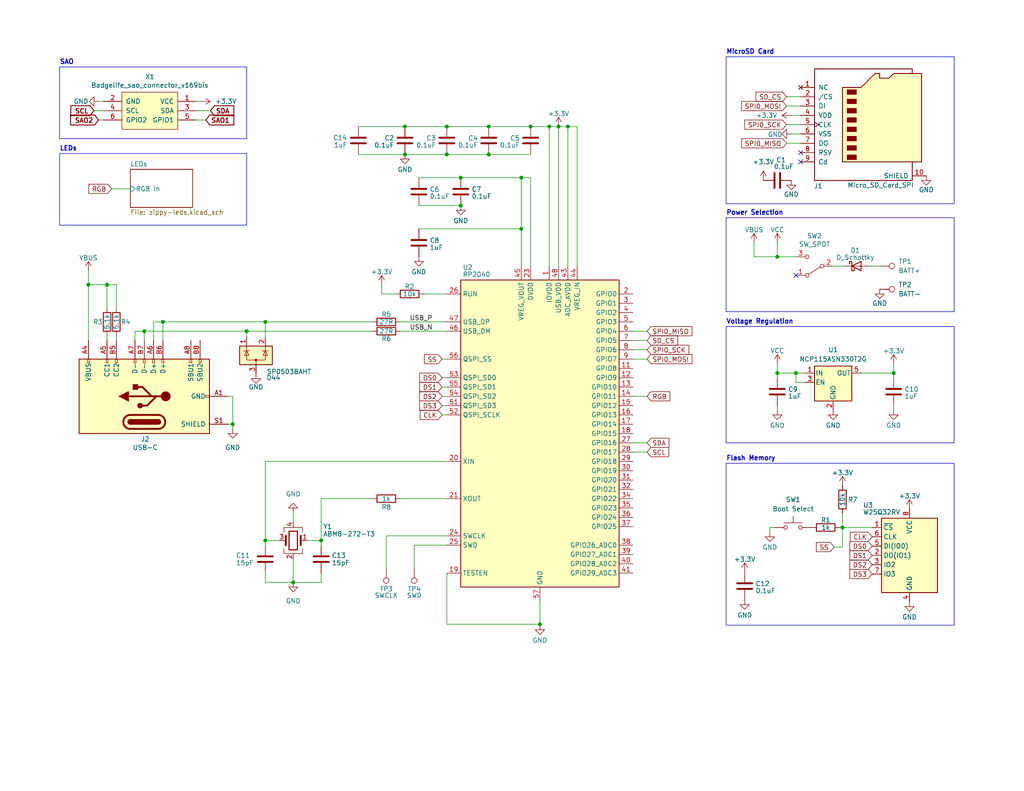
<source format=kicad_sch>
(kicad_sch (version 20250114) (generator "eeschema") (generator_version "9.0")
  (paper "USLetter")
  (title_block (title "Zippy") (date "2025-04-09") (rev "1.0") (company "DCZia") (comment 1 "Max LEDs: 42 pixels"))
  (lib_symbols
    (symbol "Connector:TestPoint" (pin_numbers (hide yes)) (pin_names (offset 0.762) (hide yes))
      (property "Reference" "TP" (at 0 6.858 0))
      (property "Value" "TestPoint" (at 0 5.08 0))
      (symbol "TestPoint_0_1"
        (circle (center 0 3.302) (radius 0.762))
      )
      (symbol "TestPoint_1_1"
        (pin passive line (at 0 0 90) (length 2.54) (name "1") (number "1"))
      )
    )
    (symbol "Connector:USB_C_Receptacle_USB2.0_16P" (pin_names (offset 1.016))
      (property "Reference" "J" (at 0 22.225 0))
      (property "Value" "USB_C_Receptacle_USB2.0_16P" (at 0 19.685 0))
      (symbol "USB_C_Receptacle_USB2.0_16P_0_0"
        (rectangle (start -0.254 -17.78) (end 0.254 -16.764))
        (rectangle (start 10.16 15.494) (end 9.144 14.986))
        (rectangle (start 10.16 10.414) (end 9.144 9.906))
        (rectangle (start 10.16 7.874) (end 9.144 7.366))
        (rectangle (start 10.16 2.794) (end 9.144 2.286))
        (rectangle (start 10.16 0.254) (end 9.144 -0.254))
        (rectangle (start 10.16 -2.286) (end 9.144 -2.794))
        (rectangle (start 10.16 -4.826) (end 9.144 -5.334))
        (rectangle (start 10.16 -12.446) (end 9.144 -12.954))
        (rectangle (start 10.16 -14.986) (end 9.144 -15.494))
      )
      (symbol "USB_C_Receptacle_USB2.0_16P_0_1"
        (rectangle (start -10.16 17.78) (end 10.16 -17.78) (stroke (width 0.254)) (fill (type background)))
        (polyline (pts (xy -8.89 -3.81) (xy -8.89 3.81)) (stroke (width 0.508)))
        (rectangle (start -7.62 -3.81) (end -6.35 3.81) (stroke (width 0.254)) (fill (type outline)))
        (arc (start -7.62 3.81) (mid -6.985 4.4423) (end -6.35 3.81) (stroke (width 0.254)))
        (arc (start -7.62 3.81) (mid -6.985 4.4423) (end -6.35 3.81) (stroke (width 0.254)) (fill (type outline)))
        (arc (start -8.89 3.81) (mid -6.985 5.7067) (end -5.08 3.81) (stroke (width 0.508)))
        (arc (start -5.08 -3.81) (mid -6.985 -5.7067) (end -8.89 -3.81) (stroke (width 0.508)))
        (arc (start -6.35 -3.81) (mid -6.985 -4.4423) (end -7.62 -3.81) (stroke (width 0.254)))
        (arc (start -6.35 -3.81) (mid -6.985 -4.4423) (end -7.62 -3.81) (stroke (width 0.254)) (fill (type outline)))
        (polyline (pts (xy -5.08 3.81) (xy -5.08 -3.81)) (stroke (width 0.508)))
        (circle (center -2.54 1.143) (radius 0.635) (stroke (width 0.254)) (fill (type outline)))
        (polyline (pts (xy -1.27 4.318) (xy 0 6.858) (xy 1.27 4.318) (xy -1.27 4.318)) (stroke (width 0.254)) (fill (type outline)))
        (polyline (pts (xy 0 -2.032) (xy 2.54 0.508) (xy 2.54 1.778)) (stroke (width 0.508)))
        (polyline (pts (xy 0 -3.302) (xy -2.54 -0.762) (xy -2.54 0.508)) (stroke (width 0.508)))
        (polyline (pts (xy 0 -5.842) (xy 0 4.318)) (stroke (width 0.508)))
        (circle (center 0 -5.842) (radius 1.27) (fill (type outline)))
        (rectangle (start 1.905 1.778) (end 3.175 3.048) (stroke (width 0.254)) (fill (type outline)))
      )
      (symbol "USB_C_Receptacle_USB2.0_16P_1_1"
        (pin passive line (at -7.62 -22.86 90) (length 5.08) (name "SHIELD") (number "S1"))
        (pin passive line (at 0 -22.86 90) (length 5.08) (name "GND") (number "A1"))
        (pin passive line (at 0 -22.86 90) (length 5.08) (hide yes) (name "GND") (number "A12"))
        (pin passive line (at 0 -22.86 90) (length 5.08) (hide yes) (name "GND") (number "B1"))
        (pin passive line (at 0 -22.86 90) (length 5.08) (hide yes) (name "GND") (number "B12"))
        (pin passive line (at 15.24 15.24 180) (length 5.08) (name "VBUS") (number "A4"))
        (pin passive line (at 15.24 15.24 180) (length 5.08) (hide yes) (name "VBUS") (number "A9"))
        (pin passive line (at 15.24 15.24 180) (length 5.08) (hide yes) (name "VBUS") (number "B4"))
        (pin passive line (at 15.24 15.24 180) (length 5.08) (hide yes) (name "VBUS") (number "B9"))
        (pin bidirectional line (at 15.24 10.16 180) (length 5.08) (name "CC1") (number "A5"))
        (pin bidirectional line (at 15.24 7.62 180) (length 5.08) (name "CC2") (number "B5"))
        (pin bidirectional line (at 15.24 2.54 180) (length 5.08) (name "D-") (number "A7"))
        (pin bidirectional line (at 15.24 0 180) (length 5.08) (name "D-") (number "B7"))
        (pin bidirectional line (at 15.24 -2.54 180) (length 5.08) (name "D+") (number "A6"))
        (pin bidirectional line (at 15.24 -5.08 180) (length 5.08) (name "D+") (number "B6"))
        (pin bidirectional line (at 15.24 -12.7 180) (length 5.08) (name "SBU1") (number "A8"))
        (pin bidirectional line (at 15.24 -15.24 180) (length 5.08) (name "SBU2") (number "B8"))
      )
    )
    (symbol "Device:C" (pin_numbers (hide yes)) (pin_names (offset 0.254))
      (property "Reference" "C" (at 0.635 2.54 0))
      (property "Value" "C" (at 0.635 -2.54 0))
      (symbol "C_0_1"
        (polyline (pts (xy -2.032 0.762) (xy 2.032 0.762)) (stroke (width 0.508)))
        (polyline (pts (xy -2.032 -0.762) (xy 2.032 -0.762)) (stroke (width 0.508)))
      )
      (symbol "C_1_1"
        (pin passive line (at 0 3.81 270) (length 2.794) (name "~") (number "1"))
        (pin passive line (at 0 -3.81 90) (length 2.794) (name "~") (number "2"))
      )
    )
    (symbol "Device:Crystal_GND24" (pin_names (offset 1.016) (hide yes))
      (property "Reference" "Y" (at 3.175 5.08 0))
      (property "Value" "Crystal_GND24" (at 3.175 3.175 0))
      (symbol "Crystal_GND24_0_1"
        (polyline (pts (xy -2.54 2.286) (xy -2.54 3.556) (xy 2.54 3.556) (xy 2.54 2.286)))
        (polyline (pts (xy -2.54 0) (xy -2.032 0)))
        (polyline (pts (xy -2.54 -2.286) (xy -2.54 -3.556) (xy 2.54 -3.556) (xy 2.54 -2.286)))
        (polyline (pts (xy -2.032 -1.27) (xy -2.032 1.27)) (stroke (width 0.508)))
        (rectangle (start -1.143 2.54) (end 1.143 -2.54) (stroke (width 0.3048)))
        (polyline (pts (xy 0 3.556) (xy 0 3.81)))
        (polyline (pts (xy 0 -3.81) (xy 0 -3.556)))
        (polyline (pts (xy 2.032 0) (xy 2.54 0)))
        (polyline (pts (xy 2.032 -1.27) (xy 2.032 1.27)) (stroke (width 0.508)))
      )
      (symbol "Crystal_GND24_1_1"
        (pin passive line (at -3.81 0 0) (length 1.27) (name "1") (number "1"))
        (pin passive line (at 0 5.08 270) (length 1.27) (name "2") (number "2"))
        (pin passive line (at 0 -5.08 90) (length 1.27) (name "4") (number "4"))
        (pin passive line (at 3.81 0 180) (length 1.27) (name "3") (number "3"))
      )
    )
    (symbol "Device:D_Schottky" (pin_numbers (hide yes)) (pin_names (offset 1.016) (hide yes))
      (property "Reference" "D" (at 0 2.54 0))
      (property "Value" "D_Schottky" (at 0 -2.54 0))
      (symbol "D_Schottky_0_1"
        (polyline (pts (xy -1.905 0.635) (xy -1.905 1.27) (xy -1.27 1.27) (xy -1.27 -1.27) (xy -0.635 -1.27) (xy -0.635 -0.635)) (stroke (width 0.254)))
        (polyline (pts (xy 1.27 1.27) (xy 1.27 -1.27) (xy -1.27 0) (xy 1.27 1.27)) (stroke (width 0.254)))
        (polyline (pts (xy 1.27 0) (xy -1.27 0)))
      )
      (symbol "D_Schottky_1_1"
        (pin passive line (at -3.81 0 0) (length 2.54) (name "K") (number "1"))
        (pin passive line (at 3.81 0 180) (length 2.54) (name "A") (number "2"))
      )
    )
    (symbol "Device:R" (pin_numbers (hide yes)) (pin_names (offset 0))
      (property "Reference" "R" (at 2.032 0 90))
      (property "Value" "R" (at 0 0 90))
      (symbol "R_0_1"
        (rectangle (start -1.016 -2.54) (end 1.016 2.54) (stroke (width 0.254)))
      )
      (symbol "R_1_1"
        (pin passive line (at 0 3.81 270) (length 1.27) (name "~") (number "1"))
        (pin passive line (at 0 -3.81 90) (length 1.27) (name "~") (number "2"))
      )
    )
    (symbol "MCU_RaspberryPi:RP2040"
      (property "Reference" "U" (at 17.78 45.72 0))
      (property "Value" "RP2040" (at 17.78 43.18 0))
      (symbol "RP2040_0_1"
        (rectangle (start -21.59 41.91) (end 21.59 -41.91) (stroke (width 0.254)) (fill (type background)))
      )
      (symbol "RP2040_1_1"
        (pin input line (at -25.4 38.1 0) (length 3.81) (name "RUN") (number "26"))
        (pin bidirectional line (at -25.4 30.48 0) (length 3.81) (name "USB_DP") (number "47"))
        (pin bidirectional line (at -25.4 27.94 0) (length 3.81) (name "USB_DM") (number "46"))
        (pin bidirectional line (at -25.4 20.32 0) (length 3.81) (name "QSPI_SS") (number "56"))
        (pin bidirectional line (at -25.4 15.24 0) (length 3.81) (name "QSPI_SD0") (number "53"))
        (pin bidirectional line (at -25.4 12.7 0) (length 3.81) (name "QSPI_SD1") (number "55"))
        (pin bidirectional line (at -25.4 10.16 0) (length 3.81) (name "QSPI_SD2") (number "54"))
        (pin bidirectional line (at -25.4 7.62 0) (length 3.81) (name "QSPI_SD3") (number "51"))
        (pin output line (at -25.4 5.08 0) (length 3.81) (name "QSPI_SCLK") (number "52"))
        (pin input line (at -25.4 -7.62 0) (length 3.81) (name "XIN") (number "20"))
        (pin passive line (at -25.4 -17.78 0) (length 3.81) (name "XOUT") (number "21"))
        (pin input line (at -25.4 -27.94 0) (length 3.81) (name "SWCLK") (number "24"))
        (pin bidirectional line (at -25.4 -30.48 0) (length 3.81) (name "SWD") (number "25"))
        (pin input line (at -25.4 -38.1 0) (length 3.81) (name "TESTEN") (number "19"))
        (pin power_out line (at -5.08 45.72 270) (length 3.81) (name "VREG_VOUT") (number "45"))
        (pin power_in line (at -2.54 45.72 270) (length 3.81) (name "DVDD") (number "23"))
        (pin passive line (at -2.54 45.72 270) (length 3.81) (hide yes) (name "DVDD") (number "50"))
        (pin power_in line (at 0 -45.72 90) (length 3.81) (name "GND") (number "57"))
        (pin power_in line (at 2.54 45.72 270) (length 3.81) (name "IOVDD") (number "1"))
        (pin passive line (at 2.54 45.72 270) (length 3.81) (hide yes) (name "IOVDD") (number "10"))
        (pin passive line (at 2.54 45.72 270) (length 3.81) (hide yes) (name "IOVDD") (number "22"))
        (pin passive line (at 2.54 45.72 270) (length 3.81) (hide yes) (name "IOVDD") (number "33"))
        (pin passive line (at 2.54 45.72 270) (length 3.81) (hide yes) (name "IOVDD") (number "42"))
        (pin passive line (at 2.54 45.72 270) (length 3.81) (hide yes) (name "IOVDD") (number "49"))
        (pin power_in line (at 5.08 45.72 270) (length 3.81) (name "USB_VDD") (number "48"))
        (pin power_in line (at 7.62 45.72 270) (length 3.81) (name "ADC_AVDD") (number "43"))
        (pin power_in line (at 10.16 45.72 270) (length 3.81) (name "VREG_IN") (number "44"))
        (pin bidirectional line (at 25.4 38.1 180) (length 3.81) (name "GPIO0") (number "2"))
        (pin bidirectional line (at 25.4 35.56 180) (length 3.81) (name "GPIO1") (number "3"))
        (pin bidirectional line (at 25.4 33.02 180) (length 3.81) (name "GPIO2") (number "4"))
        (pin bidirectional line (at 25.4 30.48 180) (length 3.81) (name "GPIO3") (number "5"))
        (pin bidirectional line (at 25.4 27.94 180) (length 3.81) (name "GPIO4") (number "6"))
        (pin bidirectional line (at 25.4 25.4 180) (length 3.81) (name "GPIO5") (number "7"))
        (pin bidirectional line (at 25.4 22.86 180) (length 3.81) (name "GPIO6") (number "8"))
        (pin bidirectional line (at 25.4 20.32 180) (length 3.81) (name "GPIO7") (number "9"))
        (pin bidirectional line (at 25.4 17.78 180) (length 3.81) (name "GPIO8") (number "11"))
        (pin bidirectional line (at 25.4 15.24 180) (length 3.81) (name "GPIO9") (number "12"))
        (pin bidirectional line (at 25.4 12.7 180) (length 3.81) (name "GPIO10") (number "13"))
        (pin bidirectional line (at 25.4 10.16 180) (length 3.81) (name "GPIO11") (number "14"))
        (pin bidirectional line (at 25.4 7.62 180) (length 3.81) (name "GPIO12") (number "15"))
        (pin bidirectional line (at 25.4 5.08 180) (length 3.81) (name "GPIO13") (number "16"))
        (pin bidirectional line (at 25.4 2.54 180) (length 3.81) (name "GPIO14") (number "17"))
        (pin bidirectional line (at 25.4 0 180) (length 3.81) (name "GPIO15") (number "18"))
        (pin bidirectional line (at 25.4 -2.54 180) (length 3.81) (name "GPIO16") (number "27"))
        (pin bidirectional line (at 25.4 -5.08 180) (length 3.81) (name "GPIO17") (number "28"))
        (pin bidirectional line (at 25.4 -7.62 180) (length 3.81) (name "GPIO18") (number "29"))
        (pin bidirectional line (at 25.4 -10.16 180) (length 3.81) (name "GPIO19") (number "30"))
        (pin bidirectional line (at 25.4 -12.7 180) (length 3.81) (name "GPIO20") (number "31"))
        (pin bidirectional line (at 25.4 -15.24 180) (length 3.81) (name "GPIO21") (number "32"))
        (pin bidirectional line (at 25.4 -17.78 180) (length 3.81) (name "GPIO22") (number "34"))
        (pin bidirectional line (at 25.4 -20.32 180) (length 3.81) (name "GPIO23") (number "35"))
        (pin bidirectional line (at 25.4 -22.86 180) (length 3.81) (name "GPIO24") (number "36"))
        (pin bidirectional line (at 25.4 -25.4 180) (length 3.81) (name "GPIO25") (number "37"))
        (pin bidirectional line (at 25.4 -30.48 180) (length 3.81) (name "GPIO26_ADC0") (number "38"))
        (pin bidirectional line (at 25.4 -33.02 180) (length 3.81) (name "GPIO27_ADC1") (number "39"))
        (pin bidirectional line (at 25.4 -35.56 180) (length 3.81) (name "GPIO28_ADC2") (number "40"))
        (pin bidirectional line (at 25.4 -38.1 180) (length 3.81) (name "GPIO29_ADC3") (number "41"))
      )
    )
    (symbol "MicroSD-Retention:Micro_SD_Card_SPI_Seeed-MicroSD-SPI-Seeed" (pin_names (offset 1.016))
      (property "Reference" "J" (at -12.7 17.78 0))
      (property "Value" "Micro_SD_Card_SPI_Seeed-MicroSD-SPI-Seeed" (at 3.81 15.24 0))
      (symbol "Micro_SD_Card_SPI_Seeed-MicroSD-SPI-Seeed_0_1"
        (polyline (pts (xy -6.35 -11.43) (xy -6.35 -1.27) (xy -6.35 8.89) (xy -1.27 8.89) (xy 2.54 12.7) (xy 3.81 12.7) (xy 3.81 11.43) (xy 6.35 11.43) (xy 7.62 12.7) (xy 15.24 12.7) (xy 15.24 6.35) (xy 15.24 -11.43) (xy -6.35 -11.43)) (stroke (width 0.254)) (fill (type background)))
        (rectangle (start -5.08 8.255) (end -2.54 6.985) (fill (type outline)))
        (rectangle (start -5.08 5.715) (end -2.54 4.445) (fill (type outline)))
        (rectangle (start -5.08 3.175) (end -2.54 1.905) (fill (type outline)))
        (rectangle (start -5.08 0.635) (end -2.54 -0.635) (fill (type outline)))
        (rectangle (start -5.08 -1.905) (end -2.54 -3.175) (fill (type outline)))
        (rectangle (start -5.08 -4.445) (end -2.54 -5.715) (fill (type outline)))
        (rectangle (start -5.08 -6.985) (end -2.54 -8.255) (fill (type outline)))
        (rectangle (start -5.08 -9.525) (end -2.54 -10.795) (fill (type outline)))
        (polyline (pts (xy 12.7 12.7) (xy 12.7 13.97) (xy -13.97 13.97) (xy -13.97 -16.51) (xy 12.7 -16.51) (xy 12.7 -11.43)) (stroke (width 0.254)))
      )
      (symbol "Micro_SD_Card_SPI_Seeed-MicroSD-SPI-Seeed_1_1"
        (pin no_connect line (at -17.78 8.89 0) (length 3.81) (name "NC") (number "1"))
        (pin input line (at -17.78 6.35 0) (length 3.81) (name "/CS") (number "2"))
        (pin input line (at -17.78 3.81 0) (length 3.81) (name "DI") (number "3"))
        (pin power_in line (at -17.78 1.27 0) (length 3.81) (name "VDD") (number "4"))
        (pin input clock (at -17.78 -1.27 0) (length 3.81) (name "CLK") (number "5"))
        (pin power_in line (at -17.78 -3.81 0) (length 3.81) (name "VSS") (number "6"))
        (pin output line (at -17.78 -6.35 0) (length 3.81) (name "DO") (number "7"))
        (pin input line (at -17.78 -8.89 0) (length 3.81) (name "RSV") (number "8"))
        (pin bidirectional line (at -17.78 -11.43 0) (length 3.81) (name "Cd") (number "9"))
        (pin passive line (at 16.51 -15.24 180) (length 3.81) (name "SHIELD") (number "10"))
      )
    )
    (symbol "Power_Protection:SP0502BAJT" (pin_names (hide yes))
      (property "Reference" "D" (at 5.715 2.54 0))
      (property "Value" "SP0502BAJT" (at 5.715 0.635 0))
      (symbol "SP0502BAJT_0_0"
        (pin passive line (at 0 -5.08 90) (length 2.54) (name "A") (number "3"))
      )
      (symbol "SP0502BAJT_0_1"
        (rectangle (start -4.445 2.54) (end 4.445 -2.54) (stroke (width 0.254)) (fill (type background)))
        (polyline (pts (xy -3.302 1.016) (xy -3.302 1.27) (xy -1.905 1.27) (xy -1.778 1.27)))
        (polyline (pts (xy -2.54 2.54) (xy -2.54 1.27)))
        (polyline (pts (xy -2.54 1.27) (xy -2.54 -1.27) (xy 2.54 -1.27) (xy 2.54 1.27)))
        (polyline (pts (xy -2.54 1.27) (xy -1.905 0) (xy -3.175 0) (xy -2.54 1.27)))
        (polyline (pts (xy 0 -1.27) (xy 0 -2.54)))
        (circle (center 0 -1.27) (radius 0.254) (fill (type outline)))
        (polyline (pts (xy 1.778 1.016) (xy 1.778 1.27) (xy 3.175 1.27) (xy 3.302 1.27)))
        (polyline (pts (xy 2.54 2.54) (xy 2.54 1.27)))
        (polyline (pts (xy 2.54 1.27) (xy 1.905 0) (xy 3.175 0) (xy 2.54 1.27)))
      )
      (symbol "SP0502BAJT_1_1"
        (pin passive line (at -2.54 5.08 270) (length 2.54) (name "K") (number "1"))
        (pin passive line (at 2.54 5.08 270) (length 2.54) (name "K") (number "2"))
      )
    )
    (symbol "Regulator_Linear:LD39015M33R" (pin_names (offset 0.254))
      (property "Reference" "U" (at -3.81 5.715 0))
      (property "Value" "LD39015M33R" (at 0 5.715 0))
      (symbol "LD39015M33R_0_1"
        (rectangle (start -5.08 4.445) (end 5.08 -5.08) (stroke (width 0.254)) (fill (type background)))
      )
      (symbol "LD39015M33R_1_1"
        (pin power_in line (at -7.62 2.54 0) (length 2.54) (name "IN") (number "1"))
        (pin input line (at -7.62 0 0) (length 2.54) (name "EN") (number "3"))
        (pin power_in line (at 0 -7.62 90) (length 2.54) (name "GND") (number "2"))
        (pin no_connect line (at 5.08 0 180) (length 2.54) (hide yes) (name "NC") (number "4"))
        (pin power_out line (at 7.62 2.54 180) (length 2.54) (name "OUT") (number "5"))
      )
    )
    (symbol "Switch:SW_Push" (pin_numbers (hide yes)) (pin_names (offset 1.016) (hide yes))
      (property "Reference" "SW" (at 1.27 2.54 0))
      (property "Value" "SW_Push" (at 0 -1.524 0))
      (symbol "SW_Push_0_1"
        (circle (center -2.032 0) (radius 0.508))
        (polyline (pts (xy 0 1.27) (xy 0 3.048)))
        (circle (center 2.032 0) (radius 0.508))
        (polyline (pts (xy 2.54 1.27) (xy -2.54 1.27)))
        (pin passive line (at -5.08 0 0) (length 2.54) (name "1") (number "1"))
        (pin passive line (at 5.08 0 180) (length 2.54) (name "2") (number "2"))
      )
    )
    (symbol "Switch:SW_SPDT" (pin_names (offset 0) (hide yes))
      (property "Reference" "SW" (at 0 4.318 0))
      (property "Value" "SW_SPDT" (at 0 -5.08 0))
      (symbol "SW_SPDT_0_0"
        (circle (center -2.032 0) (radius 0.508))
        (circle (center 2.032 -2.54) (radius 0.508))
      )
      (symbol "SW_SPDT_0_1"
        (polyline (pts (xy -1.524 0.254) (xy 1.651 2.286)))
        (circle (center 2.032 2.54) (radius 0.508))
      )
      (symbol "SW_SPDT_1_1"
        (pin passive line (at -5.08 0 0) (length 2.54) (name "B") (number "2"))
        (pin passive line (at 5.08 2.54 180) (length 2.54) (name "A") (number "1"))
        (pin passive line (at 5.08 -2.54 180) (length 2.54) (name "C") (number "3"))
      )
    )
    (symbol "VCC_1" (power) (pin_numbers (hide yes)) (pin_names (offset 0) (hide yes))
      (property "Value" "VCC" (at 0 3.556 0))
      (symbol "VCC_1_0_1"
        (polyline (pts (xy -0.762 1.27) (xy 0 2.54)))
        (polyline (pts (xy 0 2.54) (xy 0.762 1.27)))
        (polyline (pts (xy 0 0) (xy 0 2.54)))
      )
      (symbol "VCC_1_1_1"
        (pin power_in line (at 0 0 90) (length 0) (name "~") (number "1"))
      )
    )
    (symbol "VCC_2" (power) (pin_numbers (hide yes)) (pin_names (offset 0) (hide yes))
      (property "Value" "VCC" (at 0 3.556 0))
      (symbol "VCC_2_0_1"
        (polyline (pts (xy -0.762 1.27) (xy 0 2.54)))
        (polyline (pts (xy 0 2.54) (xy 0.762 1.27)))
        (polyline (pts (xy 0 0) (xy 0 2.54)))
      )
      (symbol "VCC_2_1_1"
        (pin power_in line (at 0 0 90) (length 0) (name "~") (number "1"))
      )
    )
    (symbol "badgelife_shitty_addon_v169bis:Badgelife_sao_connector_v169bis" (pin_names (offset 1.016))
      (property "Reference" "X" (at -7.112 8.382 0))
      (property "Value" "Badgelife_sao_connector_v169bis" (at 0 6.35 0))
      (symbol "Badgelife_sao_connector_v169bis_0_1"
        (rectangle (start 7.62 5.08) (end -7.62 -5.08) (fill (type background)))
      )
      (symbol "Badgelife_sao_connector_v169bis_1_1"
        (pin input line (at -12.7 2.54 0) (length 5.08) (name "GND") (number "2"))
        (pin input line (at -12.7 0 0) (length 5.08) (name "SCL") (number "4"))
        (pin input line (at -12.7 -2.54 0) (length 5.08) (name "GPIO2") (number "6"))
        (pin input line (at 12.7 2.54 180) (length 5.08) (name "VCC") (number "1"))
        (pin input line (at 12.7 0 180) (length 5.08) (name "SDA") (number "3"))
        (pin input line (at 12.7 -2.54 180) (length 5.08) (name "GPIO1") (number "5"))
      )
    )
    (symbol "local:W25Q16JV"
      (property "Reference" "U" (at -6.35 11.43 0))
      (property "Value" "W25Q16JV" (at 7.62 11.43 0))
      (symbol "W25Q16JV_0_1"
        (rectangle (start -7.62 10.16) (end 7.62 -10.16) (stroke (width 0.254)) (fill (type background)))
      )
      (symbol "W25Q16JV_1_1"
        (pin input line (at -10.16 7.62 0) (length 2.54) (name "~{CS}") (number "1"))
        (pin input line (at -10.16 5.08 0) (length 2.54) (name "CLK") (number "6"))
        (pin bidirectional line (at -10.16 2.54 0) (length 2.54) (name "DI(IO0)") (number "5"))
        (pin bidirectional line (at -10.16 0 0) (length 2.54) (name "DO(IO1)") (number "2"))
        (pin bidirectional line (at -10.16 -2.54 0) (length 2.54) (name "IO2") (number "3"))
        (pin bidirectional line (at -10.16 -5.08 0) (length 2.54) (name "IO3") (number "7"))
        (pin power_in line (at 0 12.7 270) (length 2.54) (name "VCC") (number "8"))
        (pin power_in line (at 0 -12.7 90) (length 2.54) (name "GND") (number "4"))
      )
    )
    (symbol "power:+3.3V" (power) (pin_names (offset 0))
      (property "Value" "+3.3V" (at 0 3.556 0))
      (symbol "+3.3V_0_1"
        (polyline (pts (xy -0.762 1.27) (xy 0 2.54)))
        (polyline (pts (xy 0 2.54) (xy 0.762 1.27)))
        (polyline (pts (xy 0 0) (xy 0 2.54)))
      )
      (symbol "+3.3V_1_1"
        (pin power_in line (at 0 0 90) (length 0) (hide yes) (name "+3.3V") (number "1"))
      )
    )
    (symbol "power:GND" (power) (pin_names (offset 0))
      (property "Value" "GND" (at 0 -3.81 0))
      (symbol "GND_0_1"
        (polyline (pts (xy 0 0) (xy 0 -1.27) (xy 1.27 -1.27) (xy 0 -2.54) (xy -1.27 -1.27) (xy 0 -1.27)))
      )
      (symbol "GND_1_1"
        (pin power_in line (at 0 0 270) (length 0) (hide yes) (name "GND") (number "1"))
      )
    )
    (symbol "power:VBUS" (power) (pin_names (offset 0))
      (property "Value" "VBUS" (at 0 3.81 0))
      (symbol "VBUS_0_1"
        (polyline (pts (xy -0.762 1.27) (xy 0 2.54)))
        (polyline (pts (xy 0 2.54) (xy 0.762 1.27)))
        (polyline (pts (xy 0 0) (xy 0 2.54)))
      )
      (symbol "VBUS_1_1"
        (pin power_in line (at 0 0 90) (length 0) (hide yes) (name "VBUS") (number "1"))
      )
    )
    (symbol "power:VCC" (power) (pin_names (offset 0))
      (property "Value" "VCC" (at 0 3.81 0))
      (symbol "VCC_0_1"
        (polyline (pts (xy -0.762 1.27) (xy 0 2.54)))
        (polyline (pts (xy 0 2.54) (xy 0.762 1.27)))
        (polyline (pts (xy 0 0) (xy 0 2.54)))
      )
      (symbol "VCC_1_1"
        (pin power_in line (at 0 0 90) (length 0) (hide yes) (name "VCC") (number "1"))
      )
    )
  )
  (rectangle (start 16.256 41.91) (end 67.31 61.468))
  (rectangle (start 198.12 59.436) (end 260.35 85.09))
  (rectangle (start 198.12 126.492) (end 260.35 170.688))
  (rectangle (start 198.12 89.154) (end 260.35 120.904))
  (rectangle (start 198.12 15.494) (end 260.35 55.626))
  (rectangle (start 16.256 18.288) (end 67.31 37.846))
  (text "LEDs" (at 16.256 41.402 0) (effects (font (size 1.27 1.27) (thickness 0.254) (bold yes)) (justify left bottom)))
  (text "Power Selection" (at 198.12 58.928 0) (effects (font (size 1.27 1.27) (thickness 0.254) (bold yes)) (justify left bottom)))
  (text "Flash Memory" (at 198.12 125.984 0) (effects (font (size 1.27 1.27) (thickness 0.254) (bold yes)) (justify left bottom)))
  (text "MicroSD Card" (at 198.12 14.986 0) (effects (font (size 1.27 1.27) (thickness 0.254) (bold yes)) (justify left bottom)))
  (text "SAO" (at 16.256 17.78 0) (effects (font (size 1.27 1.27) (thickness 0.254) (bold yes)) (justify left bottom)))
  (text "Voltage Regulation" (at 198.12 88.646 0) (effects (font (size 1.27 1.27) (thickness 0.254) (bold yes)) (justify left bottom)))
  (junction (at 133.35 42.164))
  (junction (at 110.49 34.544))
  (junction (at 87.63 147.574))
  (junction (at 142.24 62.484))
  (junction (at 133.35 34.544))
  (junction (at 121.92 42.164))
  (junction (at 80.01 159.004))
  (junction (at 149.86 34.544))
  (junction (at 63.5 115.824))
  (junction (at 229.87 144.018))
  (junction (at 29.21 77.724))
  (junction (at 217.17 101.854))
  (junction (at 67.31 90.424))
  (junction (at 125.73 48.514))
  (junction (at 125.73 56.134))
  (junction (at 72.39 87.884))
  (junction (at 24.13 77.724))
  (junction (at 39.37 90.424))
  (junction (at 110.49 42.164))
  (junction (at 72.39 147.574))
  (junction (at 147.32 170.434))
  (junction (at 152.4 34.544))
  (junction (at 121.92 34.544))
  (junction (at 154.94 34.544))
  (junction (at 144.78 34.544))
  (junction (at 142.24 48.514))
  (junction (at 212.09 70.104))
  (junction (at 212.09 101.854))
  (junction (at 44.45 87.884))
  (junction (at 243.84 101.854))
  (no_connect (at 218.44 23.876))
  (no_connect (at 218.44 44.196))
  (no_connect (at 218.44 41.656))
  (no_connect (at 217.17 75.184))
  (wire (pts (xy 121.92 148.844) (xy 113.03 148.844)))
  (wire (pts (xy 26.924 32.766) (xy 28.194 32.766)))
  (wire (pts (xy 29.21 91.694) (xy 29.21 92.964)))
  (wire (pts (xy 229.87 140.208) (xy 229.87 144.018)))
  (wire (pts (xy 101.6 136.144) (xy 87.63 136.144)))
  (wire (pts (xy 214.63 28.956) (xy 218.44 28.956)))
  (wire (pts (xy 142.24 62.484) (xy 142.24 72.644)))
  (wire (pts (xy 217.17 104.394) (xy 217.17 101.854)))
  (wire (pts (xy 176.53 108.204) (xy 172.72 108.204)))
  (wire (pts (xy 144.78 48.514) (xy 142.24 48.514)))
  (wire (pts (xy 215.9 36.576) (xy 218.44 36.576)))
  (wire (pts (xy 80.01 152.654) (xy 80.01 159.004)))
  (wire (pts (xy 87.63 148.844) (xy 87.63 147.574)))
  (wire (pts (xy 215.9 31.496) (xy 218.44 31.496)))
  (wire (pts (xy 29.21 77.724) (xy 29.21 84.074)))
  (wire (pts (xy 53.594 27.686) (xy 54.864 27.686)))
  (wire (pts (xy 176.53 92.964) (xy 172.72 92.964)))
  (wire (pts (xy 114.3 56.134) (xy 125.73 56.134)))
  (wire (pts (xy 176.53 120.904) (xy 172.72 120.904)))
  (wire (pts (xy 44.45 87.884) (xy 44.45 92.964)))
  (wire (pts (xy 217.17 101.854) (xy 219.71 101.854)))
  (wire (pts (xy 120.65 113.284) (xy 121.92 113.284)))
  (wire (pts (xy 67.31 90.424) (xy 67.31 91.948)))
  (wire (pts (xy 120.65 103.124) (xy 121.92 103.124)))
  (wire (pts (xy 53.594 30.226) (xy 57.404 30.226)))
  (wire (pts (xy 121.92 34.544) (xy 133.35 34.544)))
  (wire (pts (xy 110.49 34.544) (xy 121.92 34.544)))
  (wire (pts (xy 212.09 101.854) (xy 212.09 103.124)))
  (wire (pts (xy 39.37 90.424) (xy 39.37 92.964)))
  (wire (pts (xy 87.63 159.004) (xy 87.63 156.464)))
  (wire (pts (xy 120.65 108.204) (xy 121.92 108.204)))
  (wire (pts (xy 152.4 34.544) (xy 152.4 72.644)))
  (wire (pts (xy 72.39 148.844) (xy 72.39 147.574)))
  (wire (pts (xy 219.71 104.394) (xy 217.17 104.394)))
  (wire (pts (xy 142.24 48.514) (xy 142.24 62.484)))
  (wire (pts (xy 152.4 34.544) (xy 149.86 34.544)))
  (wire (pts (xy 29.21 77.724) (xy 24.13 77.724)))
  (wire (pts (xy 41.91 87.884) (xy 44.45 87.884)))
  (wire (pts (xy 109.22 90.424) (xy 121.92 90.424)))
  (wire (pts (xy 39.37 90.424) (xy 67.31 90.424)))
  (wire (pts (xy 72.39 87.884) (xy 72.39 91.948)))
  (wire (pts (xy 87.63 136.144) (xy 87.63 147.574)))
  (wire (pts (xy 109.22 136.144) (xy 121.92 136.144)))
  (wire (pts (xy 105.41 146.304) (xy 105.41 155.194)))
  (wire (pts (xy 211.328 144.018) (xy 210.058 144.018)))
  (wire (pts (xy 205.74 70.104) (xy 212.09 70.104)))
  (wire (pts (xy 234.95 101.854) (xy 243.84 101.854)))
  (wire (pts (xy 67.31 90.424) (xy 101.6 90.424)))
  (wire (pts (xy 109.22 87.884) (xy 121.92 87.884)))
  (wire (pts (xy 157.48 72.644) (xy 157.48 34.544)))
  (wire (pts (xy 149.86 34.544) (xy 149.86 72.644)))
  (wire (pts (xy 63.5 115.824) (xy 63.5 117.094)))
  (wire (pts (xy 41.91 92.964) (xy 41.91 87.884)))
  (wire (pts (xy 214.63 34.036) (xy 218.44 34.036)))
  (wire (pts (xy 113.03 148.844) (xy 113.03 155.194)))
  (wire (pts (xy 120.65 110.744) (xy 121.92 110.744)))
  (wire (pts (xy 227.584 149.352) (xy 229.87 149.352)))
  (wire (pts (xy 26.924 27.686) (xy 28.194 27.686)))
  (wire (pts (xy 80.01 159.004) (xy 87.63 159.004)))
  (wire (pts (xy 229.87 144.018) (xy 237.998 144.018)))
  (wire (pts (xy 229.108 144.018) (xy 229.87 144.018)))
  (wire (pts (xy 227.33 72.644) (xy 229.87 72.644)))
  (wire (pts (xy 72.39 87.884) (xy 101.6 87.884)))
  (wire (pts (xy 62.23 108.204) (xy 63.5 108.204)))
  (wire (pts (xy 72.39 147.574) (xy 76.2 147.574)))
  (wire (pts (xy 24.13 77.724) (xy 24.13 92.964)))
  (wire (pts (xy 44.45 87.884) (xy 72.39 87.884)))
  (wire (pts (xy 114.3 62.484) (xy 142.24 62.484)))
  (wire (pts (xy 237.49 72.644) (xy 240.03 72.644)))
  (wire (pts (xy 212.09 99.314) (xy 212.09 101.854)))
  (wire (pts (xy 120.65 98.044) (xy 121.92 98.044)))
  (wire (pts (xy 176.53 90.424) (xy 172.72 90.424)))
  (wire (pts (xy 133.35 42.164) (xy 121.92 42.164)))
  (wire (pts (xy 133.35 34.544) (xy 144.78 34.544)))
  (wire (pts (xy 121.92 125.984) (xy 72.39 125.984)))
  (wire (pts (xy 24.13 73.914) (xy 24.13 77.724)))
  (wire (pts (xy 212.09 110.744) (xy 212.09 112.014)))
  (wire (pts (xy 121.92 146.304) (xy 105.41 146.304)))
  (wire (pts (xy 214.63 26.416) (xy 218.44 26.416)))
  (wire (pts (xy 144.78 42.164) (xy 133.35 42.164)))
  (wire (pts (xy 121.92 156.464) (xy 121.92 170.434)))
  (wire (pts (xy 72.39 159.004) (xy 80.01 159.004)))
  (wire (pts (xy 104.14 80.264) (xy 104.14 77.724)))
  (wire (pts (xy 243.84 99.314) (xy 243.84 101.854)))
  (wire (pts (xy 176.53 98.044) (xy 172.72 98.044)))
  (wire (pts (xy 121.92 42.164) (xy 110.49 42.164)))
  (wire (pts (xy 176.53 123.444) (xy 172.72 123.444)))
  (wire (pts (xy 31.75 84.074) (xy 31.75 77.724)))
  (wire (pts (xy 147.32 170.434) (xy 147.32 164.084)))
  (wire (pts (xy 154.94 34.544) (xy 157.48 34.544)))
  (wire (pts (xy 212.09 66.294) (xy 212.09 70.104)))
  (wire (pts (xy 31.75 91.694) (xy 31.75 92.964)))
  (wire (pts (xy 212.09 70.104) (xy 217.17 70.104)))
  (wire (pts (xy 154.94 34.544) (xy 152.4 34.544)))
  (wire (pts (xy 25.654 30.226) (xy 28.194 30.226)))
  (wire (pts (xy 121.92 80.264) (xy 115.57 80.264)))
  (wire (pts (xy 142.24 48.514) (xy 125.73 48.514)))
  (wire (pts (xy 114.3 48.514) (xy 125.73 48.514)))
  (wire (pts (xy 36.83 90.424) (xy 39.37 90.424)))
  (wire (pts (xy 121.92 170.434) (xy 147.32 170.434)))
  (wire (pts (xy 229.87 149.352) (xy 229.87 144.018)))
  (wire (pts (xy 31.75 77.724) (xy 29.21 77.724)))
  (wire (pts (xy 107.95 80.264) (xy 104.14 80.264)))
  (wire (pts (xy 176.53 95.504) (xy 172.72 95.504)))
  (wire (pts (xy 97.79 34.544) (xy 110.49 34.544)))
  (wire (pts (xy 97.79 42.164) (xy 110.49 42.164)))
  (wire (pts (xy 205.74 66.294) (xy 205.74 70.104)))
  (wire (pts (xy 147.32 170.688) (xy 147.32 170.434)))
  (wire (pts (xy 210.058 144.018) (xy 210.058 145.288)))
  (wire (pts (xy 63.5 115.824) (xy 62.23 115.824)))
  (wire (pts (xy 72.39 125.984) (xy 72.39 147.574)))
  (wire (pts (xy 243.84 101.854) (xy 243.84 103.124)))
  (wire (pts (xy 72.39 156.464) (xy 72.39 159.004)))
  (wire (pts (xy 144.78 72.644) (xy 144.78 48.514)))
  (wire (pts (xy 154.94 34.544) (xy 154.94 72.644)))
  (wire (pts (xy 120.65 105.664) (xy 121.92 105.664)))
  (wire (pts (xy 56.134 32.766) (xy 53.594 32.766)))
  (wire (pts (xy 214.63 39.116) (xy 218.44 39.116)))
  (wire (pts (xy 63.5 115.824) (xy 63.5 108.204)))
  (wire (pts (xy 30.48 51.562) (xy 35.56 51.562)))
  (wire (pts (xy 212.09 101.854) (xy 217.17 101.854)))
  (wire (pts (xy 80.01 139.954) (xy 80.01 142.494)))
  (wire (pts (xy 36.83 92.964) (xy 36.83 90.424)))
  (wire (pts (xy 243.84 110.744) (xy 243.84 112.014)))
  (wire (pts (xy 144.78 34.544) (xy 149.86 34.544)))
  (wire (pts (xy 83.82 147.574) (xy 87.63 147.574)))
  (label "USB_P" (at 111.76 87.884 0))
  (label "USB_N" (at 111.76 90.424 0))
  (global_label "SPI0_MOSI" (shape input) (at 214.63 28.956 180) (property "Intersheetrefs" "${INTERSHEET_REFS}" (effects (hide yes))))
  (global_label "DS1" (shape input) (at 237.998 151.638 180) (property "Intersheetrefs" "${INTERSHEET_REFS}" (effects (hide yes))))
  (global_label "DS0" (shape input) (at 237.998 149.098 180) (property "Intersheetrefs" "${INTERSHEET_REFS}" (effects (hide yes))))
  (global_label "SS" (shape input) (at 227.584 149.352 180) (property "Intersheetrefs" "${INTERSHEET_REFS}" (effects (hide yes))))
  (global_label "DS1" (shape input) (at 120.65 105.664 180) (property "Intersheetrefs" "${INTERSHEET_REFS}" (effects (hide yes))))
  (global_label "SAO1" (shape input) (at 56.134 32.766 0) (effects (font (thickness 0.254) (bold yes))) (property "Intersheetrefs" "${INTERSHEET_REFS}" (effects (hide yes))))
  (global_label "DS2" (shape input) (at 120.65 108.204 180) (property "Intersheetrefs" "${INTERSHEET_REFS}" (effects (hide yes))))
  (global_label "DS0" (shape input) (at 120.65 103.124 180) (property "Intersheetrefs" "${INTERSHEET_REFS}" (effects (hide yes))))
  (global_label "SPI0_SCK" (shape input) (at 176.53 95.504 0) (property "Intersheetrefs" "${INTERSHEET_REFS}" (effects (hide yes))))
  (global_label "SDA" (shape input) (at 176.53 120.904 0) (property "Intersheetrefs" "${INTERSHEET_REFS}" (effects (hide yes))))
  (global_label "DS3" (shape input) (at 237.998 156.718 180) (property "Intersheetrefs" "${INTERSHEET_REFS}" (effects (hide yes))))
  (global_label "SS" (shape input) (at 120.65 98.044 180) (property "Intersheetrefs" "${INTERSHEET_REFS}" (effects (hide yes))))
  (global_label "SDA" (shape input) (at 57.404 30.226 0) (effects (font (thickness 0.254) (bold yes))) (property "Intersheetrefs" "${INTERSHEET_REFS}" (effects (hide yes))))
  (global_label "DS3" (shape input) (at 120.65 110.744 180) (property "Intersheetrefs" "${INTERSHEET_REFS}" (effects (hide yes))))
  (global_label "SCL" (shape input) (at 25.654 30.226 180) (effects (font (thickness 0.254) (bold yes))) (property "Intersheetrefs" "${INTERSHEET_REFS}" (effects (hide yes))))
  (global_label "SPI0_MISO" (shape input) (at 176.53 90.424 0) (property "Intersheetrefs" "${INTERSHEET_REFS}" (effects (hide yes))))
  (global_label "CLK" (shape input) (at 237.998 146.558 180) (property "Intersheetrefs" "${INTERSHEET_REFS}" (effects (hide yes))))
  (global_label "SPI0_MISO" (shape input) (at 214.63 39.116 180) (property "Intersheetrefs" "${INTERSHEET_REFS}" (effects (hide yes))))
  (global_label "SCL" (shape input) (at 176.53 123.444 0) (property "Intersheetrefs" "${INTERSHEET_REFS}" (effects (hide yes))))
  (global_label "SPI0_MOSI" (shape input) (at 176.53 98.044 0) (property "Intersheetrefs" "${INTERSHEET_REFS}" (effects (hide yes))))
  (global_label "DS2" (shape input) (at 237.998 154.178 180) (property "Intersheetrefs" "${INTERSHEET_REFS}" (effects (hide yes))))
  (global_label "SAO2" (shape input) (at 26.924 32.766 180) (effects (font (thickness 0.254) (bold yes))) (property "Intersheetrefs" "${INTERSHEET_REFS}" (effects (hide yes))))
  (global_label "SD_CS" (shape input) (at 176.53 92.964 0) (property "Intersheetrefs" "${INTERSHEET_REFS}" (effects (hide yes))))
  (global_label "RGB" (shape input) (at 30.48 51.562 180) (property "Intersheetrefs" "${INTERSHEET_REFS}" (effects (hide yes))))
  (global_label "SPI0_SCK" (shape input) (at 214.63 34.036 180) (property "Intersheetrefs" "${INTERSHEET_REFS}" (effects (hide yes))))
  (global_label "SD_CS" (shape input) (at 214.63 26.416 180) (property "Intersheetrefs" "${INTERSHEET_REFS}" (effects (hide yes))))
  (global_label "RGB" (shape input) (at 176.53 108.204 0) (property "Intersheetrefs" "${INTERSHEET_REFS}" (effects (hide yes))))
  (global_label "CLK" (shape input) (at 120.65 113.284 180) (property "Intersheetrefs" "${INTERSHEET_REFS}" (effects (hide yes))))
  (symbol (lib_id "badgelife_shitty_addon_v169bis:Badgelife_sao_connector_v169bis") (at 40.894 30.226 0) (unit 1) (in_bom no)
    (property "Reference" "X1" (at 40.894 20.955 0))
    (property "Value" "Badgelife_sao_connector_v169bis" (at 40.894 23.2664 0))
    (property "Footprint" "lib_fp:Badgelife-Shitty-v1.69bis" (effects (hide yes)))
  )
  (symbol (lib_id "Device:Crystal_GND24") (at 80.01 147.574 180) (unit 1)
    (property "Reference" "Y1" (at 89.408 143.764 0))
    (property "Value" "ABM8-272-T3" (at 95.25 145.796 0))
    (property "Footprint" "Crystal:Crystal_SMD_Abracon_ABM8G-4Pin_3.2x2.5mm" (effects (hide yes)))
    (property "Description" "Four pin crystal, GND on pins 2 and 4" (effects (hide yes)))
  )
  (symbol (lib_id "power:GND") (at 212.09 112.014 0) (unit 1)
    (property "Reference" "#PWR020" (effects (hide yes)))
    (property "Value" "GND" (at 212.09 116.1495 0))
  )
  (symbol (lib_id "power:GND") (at 248.158 164.338 0) (unit 1)
    (property "Reference" "#PWR029" (effects (hide yes)))
    (property "Value" "GND" (at 248.158 168.4735 0))
  )
  (symbol (lib_id "Connector:TestPoint") (at 240.03 78.994 270) (unit 1)
    (property "Reference" "TP2" (at 245.11 77.724 90) (effects (justify left)))
    (property "Value" "BATT-" (at 245.11 80.264 90) (effects (justify left)))
    (property "Footprint" "TestPoint:TestPoint_Pad_2.5x2.5mm" (effects (hide yes)))
  )
  (symbol (lib_id "Device:R") (at 105.41 136.144 90) (mirror x) (unit 1)
    (property "Reference" "R8" (at 105.41 138.43 90))
    (property "Value" "1k" (at 105.41 136.144 90))
    (property "Footprint" "Resistor_SMD:R_0603_1608Metric" (effects (hide yes)))
  )
  (symbol (lib_id "Device:R") (at 31.75 87.884 180) (unit 1)
    (property "Reference" "R4" (at 34.29 87.884 0))
    (property "Value" "5.1k" (at 31.75 87.884 90))
    (property "Footprint" "Resistor_SMD:R_0603_1608Metric" (effects (hide yes)))
  )
  (symbol (lib_id "power:GND") (at 80.01 159.004 0) (unit 1)
    (property "Reference" "#PWR028" (effects (hide yes)))
    (property "Value" "GND" (at 80.01 164.084 0))
  )
  (symbol (lib_id "Device:R") (at 29.21 87.884 180) (unit 1)
    (property "Reference" "R3" (at 26.67 87.884 0))
    (property "Value" "5.1k" (at 29.21 87.884 90))
    (property "Footprint" "Resistor_SMD:R_0603_1608Metric" (effects (hide yes)))
  )
  (symbol (lib_id "power:GND") (at 26.924 27.686 270) (unit 1)
    (property "Reference" "#PWR04" (effects (hide yes)))
    (property "Value" "GND" (at 22.098 27.686 90))
  )
  (symbol (lib_id "power:GND") (at 80.01 139.954 180) (unit 1)
    (property "Reference" "#PWR0130" (effects (hide yes)))
    (property "Value" "GND" (at 80.01 134.874 0))
  )
  (symbol (lib_id "Connector:TestPoint") (at 105.41 155.194 180) (unit 1)
    (property "Reference" "TP3" (at 105.41 160.782 0))
    (property "Value" "SWCLK" (at 105.41 162.56 0))
    (property "Footprint" "TestPoint:TestPoint_Pad_2.5x2.5mm" (effects (hide yes)))
    (property "Description" "test point" (effects (hide yes)))
  )
  (symbol (lib_id "MicroSD-Retention:Micro_SD_Card_SPI_Seeed-MicroSD-SPI-Seeed") (at 236.22 32.766 0) (unit 1)
    (property "Reference" "J1" (at 223.266 50.8 0))
    (property "Value" "Micro_SD_Card_SPI" (at 240.284 50.546 0))
    (property "Footprint" "lib_fp:MicroSD-Socket-Seeed-320090008" (effects (hide yes)))
    (property "Datasheet" "https://statics3.seeedstudio.com/images/opl/datasheet/320090008.pdf" (effects (hide yes)))
  )
  (symbol (lib_id "power:GND") (at 215.9 49.276 0) (unit 1)
    (property "Reference" "#PWR09" (effects (hide yes)))
    (property "Value" "GND" (at 215.9 53.086 0))
  )
  (symbol (lib_id "power:+3.3V") (at 208.28 49.276 0) (unit 1)
    (property "Reference" "#PWR0129" (effects (hide yes)))
    (property "Value" "+3.3V" (at 208.28 44.196 0))
  )
  (symbol (lib_id "Device:C") (at 87.63 152.654 180) (unit 1)
    (property "Reference" "C13" (at 92.456 151.638 0))
    (property "Value" "15pF" (at 92.964 153.67 0))
    (property "Footprint" "Capacitor_SMD:C_0603_1608Metric" (effects (hide yes)))
  )
  (symbol (lib_id "Device:R") (at 225.298 144.018 90) (unit 1)
    (property "Reference" "R1" (at 225.298 141.986 90))
    (property "Value" "1k" (at 225.298 144.018 90))
    (property "Footprint" "Resistor_SMD:R_0603_1608Metric" (effects (hide yes)))
  )
  (symbol (lib_id "power:+3.3V") (at 248.158 138.938 0) (unit 1)
    (property "Reference" "#PWR025" (effects (hide yes)))
    (property "Value" "+3.3V" (at 248.158 135.4361 0))
  )
  (symbol (lib_id "Switch:SW_Push") (at 216.408 144.018 0) (unit 1)
    (property "Reference" "SW1" (at 216.408 136.398 0))
    (property "Value" "Boot Select" (at 216.408 138.938 0))
    (property "Footprint" "Button_Switch_SMD:SW_SPST_EVQP7C" (effects (hide yes)))
    (property "Description" "Push button switch, generic, two pins" (effects (hide yes)))
  )
  (symbol (lib_id "power:VCC") (at 205.74 66.294 0) (unit 1)
    (property "Reference" "#PWR011" (effects (hide yes)))
    (property "Value" "VBUS" (at 203.2 62.738 0) (effects (justify left)))
  )
  (symbol (lib_id "Device:C") (at 121.92 38.354 0) (mirror x) (unit 1)
    (property "Reference" "C3" (at 118.999 37.7103 0) (effects (justify right)))
    (property "Value" "0.1uF" (at 118.999 39.6313 0) (effects (justify right)))
    (property "Footprint" "Capacitor_SMD:C_0603_1608Metric" (effects (hide yes)))
  )
  (symbol (lib_id "Device:R") (at 105.41 90.424 270) (unit 1)
    (property "Reference" "R6" (at 105.41 92.456 90))
    (property "Value" "27R" (at 105.41 90.424 90))
    (property "Footprint" "Resistor_SMD:R_0603_1608Metric" (effects (hide yes)))
  )
  (symbol (lib_name "VCC_1") (lib_id "power:VCC") (at 212.09 99.314 0) (unit 1)
    (property "Reference" "#PWR18" (effects (hide yes)))
    (property "Value" "VCC" (at 212.09 95.758 0))
    (property "Description" "Power symbol creates a global label with name \"VCC\"" (effects (hide yes)))
  )
  (symbol (lib_id "Connector:USB_C_Receptacle_USB2.0_16P") (at 39.37 108.204 90) (unit 1)
    (property "Reference" "J2" (at 39.624 119.888 90))
    (property "Value" "USB-C" (at 39.624 122.174 90))
    (property "Footprint" "Connector_USB:USB_C_Receptacle_HCTL_HC-TYPE-C-16P-01A" (effects (hide yes)))
    (property "Datasheet" "https://www.usb.org/sites/default/files/documents/usb_type-c.zip" (effects (hide yes)))
    (property "Description" "USB 2.0-only 16P Type-C Receptacle connector" (effects (hide yes)))
  )
  (symbol (lib_id "Power_Protection:SP0502BAJT") (at 69.85 97.028 0) (unit 1)
    (property "Reference" "D44" (at 72.644 103.124 0) (effects (justify left)))
    (property "Value" "SP0503BAHT" (at 72.771 101.473 0) (effects (justify left)))
    (property "Footprint" "Package_TO_SOT_SMD:SOT-23-3" (effects (hide yes)))
    (property "Datasheet" "http://www.littelfuse.com/~/media/files/littelfuse/technical%20resources/documents/data%20sheets/sp05xxba.pdf" (effects (hide yes)))
  )
  (symbol (lib_id "Device:C") (at 212.09 106.934 180) (unit 1)
    (property "Reference" "C9" (at 215.011 106.2903 0) (effects (justify right)))
    (property "Value" "1uF" (at 215.011 108.2113 0) (effects (justify right)))
    (property "Footprint" "Capacitor_SMD:C_0603_1608Metric" (effects (hide yes)))
  )
  (symbol (lib_id "Device:R") (at 229.87 136.398 180) (unit 1)
    (property "Reference" "R7" (at 232.664 136.398 0))
    (property "Value" "10k" (at 229.87 136.398 90))
    (property "Footprint" "Resistor_SMD:R_0603_1608Metric" (effects (hide yes)))
  )
  (symbol (lib_id "Regulator_Linear:LD39015M33R") (at 227.33 104.394 0) (unit 1)
    (property "Reference" "U1" (at 227.33 95.504 0))
    (property "Value" "NCP115ASN330T2G" (at 227.33 98.044 0))
    (property "Footprint" "Package_TO_SOT_SMD:SOT-23-5" (effects (hide yes)))
    (property "Datasheet" "http://www.st.com/resource/en/datasheet/ld39015.pdf" (effects (hide yes)))
  )
  (symbol (lib_id "Device:C") (at 243.84 106.934 180) (unit 1)
    (property "Reference" "C10" (at 246.761 106.2903 0) (effects (justify right)))
    (property "Value" "1uF" (at 246.761 108.2113 0) (effects (justify right)))
    (property "Footprint" "Capacitor_SMD:C_0603_1608Metric" (effects (hide yes)))
  )
  (symbol (lib_id "power:+3.3V") (at 152.4 34.544 0) (unit 1)
    (property "Reference" "#PWR07" (effects (hide yes)))
    (property "Value" "+3.3V" (at 152.4 31.0421 0))
  )
  (symbol (lib_id "Device:C") (at 133.35 38.354 0) (mirror x) (unit 1)
    (property "Reference" "C4" (at 130.429 37.7103 0) (effects (justify right)))
    (property "Value" "0.1uF" (at 130.429 39.6313 0) (effects (justify right)))
    (property "Footprint" "Capacitor_SMD:C_0603_1608Metric" (effects (hide yes)))
  )
  (symbol (lib_id "Device:R") (at 111.76 80.264 270) (unit 1)
    (property "Reference" "R2" (at 111.76 78.232 90))
    (property "Value" "10k" (at 111.76 80.264 90))
    (property "Footprint" "Resistor_SMD:R_0603_1608Metric" (effects (hide yes)))
  )
  (symbol (lib_id "Device:C") (at 72.39 152.654 180) (unit 1)
    (property "Reference" "C11" (at 66.294 151.638 0))
    (property "Value" "15pF" (at 66.802 153.67 0))
    (property "Footprint" "Capacitor_SMD:C_0603_1608Metric" (effects (hide yes)))
  )
  (symbol (lib_id "Device:C") (at 114.3 66.294 180) (unit 1)
    (property "Reference" "C8" (at 117.221 65.6503 0) (effects (justify right)))
    (property "Value" "1uF" (at 117.221 67.5713 0) (effects (justify right)))
    (property "Footprint" "Capacitor_SMD:C_0603_1608Metric" (effects (hide yes)))
  )
  (symbol (lib_id "Device:C") (at 97.79 38.354 0) (mirror x) (unit 1)
    (property "Reference" "C14" (at 94.742 37.592 0) (effects (justify right)))
    (property "Value" "1uF" (at 94.742 39.624 0) (effects (justify right)))
    (property "Footprint" "Capacitor_SMD:C_0603_1608Metric" (effects (hide yes)))
  )
  (symbol (lib_id "power:GND") (at 203.2 163.83 0) (unit 1)
    (property "Reference" "#PWR027" (effects (hide yes)))
    (property "Value" "GND" (at 203.2 167.9655 0))
  )
  (symbol (lib_id "Device:C") (at 110.49 38.354 0) (mirror x) (unit 1)
    (property "Reference" "C2" (at 107.569 37.7103 0) (effects (justify right)))
    (property "Value" "0.1uF" (at 107.569 39.6313 0) (effects (justify right)))
    (property "Footprint" "Capacitor_SMD:C_0603_1608Metric" (effects (hide yes)))
  )
  (symbol (lib_id "Device:C") (at 144.78 38.354 0) (mirror x) (unit 1)
    (property "Reference" "C5" (at 141.859 37.7103 0) (effects (justify right)))
    (property "Value" "0.1uF" (at 141.859 39.6313 0) (effects (justify right)))
    (property "Footprint" "Capacitor_SMD:C_0603_1608Metric" (effects (hide yes)))
  )
  (symbol (lib_id "power:GND") (at 240.03 78.994 0) (unit 1)
    (property "Reference" "#PWR014" (effects (hide yes)))
    (property "Value" "GND" (at 240.03 82.804 0))
  )
  (symbol (lib_id "Connector:TestPoint") (at 113.03 155.194 180) (unit 1)
    (property "Reference" "TP4" (at 113.03 160.782 0))
    (property "Value" "SWD" (at 113.03 162.56 0))
    (property "Footprint" "TestPoint:TestPoint_Pad_2.5x2.5mm" (effects (hide yes)))
    (property "Description" "test point" (effects (hide yes)))
  )
  (symbol (lib_id "power:+3.3V") (at 243.84 99.314 0) (unit 1)
    (property "Reference" "#PWR019" (effects (hide yes)))
    (property "Value" "+3.3V" (at 243.84 95.8121 0))
  )
  (symbol (lib_id "power:GND") (at 147.32 170.688 0) (unit 1)
    (property "Reference" "#PWR030" (effects (hide yes)))
    (property "Value" "GND" (at 147.32 174.8235 0))
  )
  (symbol (lib_id "power:GND") (at 110.49 42.164 0) (mirror y) (unit 1)
    (property "Reference" "#PWR010" (effects (hide yes)))
    (property "Value" "GND" (at 110.49 46.2995 0))
  )
  (symbol (lib_id "power:GND") (at 69.85 102.108 0) (mirror y) (unit 1)
    (property "Reference" "#PWR0133" (effects (hide yes)))
    (property "Value" "GND" (at 69.85 105.664 0))
  )
  (symbol (lib_id "power:GND") (at 114.3 70.104 0) (unit 1)
    (property "Reference" "#PWR015" (effects (hide yes)))
    (property "Value" "GND" (at 114.3 74.2395 0))
  )
  (symbol (lib_id "Switch:SW_SPDT") (at 222.25 72.644 180) (unit 1)
    (property "Reference" "SW2" (at 222.25 64.389 0))
    (property "Value" "SW_SPDT" (at 222.25 66.7004 0))
    (property "Footprint" "lib_fp:SW_SPDT_CK-JS102011SAQN" (effects (hide yes)))
  )
  (symbol (lib_id "power:+3.3V") (at 229.87 132.588 0) (unit 1)
    (property "Reference" "#PWR024" (effects (hide yes)))
    (property "Value" "+3.3V" (at 229.87 129.0861 0))
  )
  (symbol (lib_id "power:+3.3V") (at 203.2 156.21 0) (unit 1)
    (property "Reference" "#PWR026" (effects (hide yes)))
    (property "Value" "+3.3V" (at 203.2 152.7081 0))
  )
  (symbol (lib_id "local:W25Q16JV") (at 248.158 151.638 0) (unit 1)
    (property "Reference" "U3" (at 235.458 137.922 0) (effects (justify left)))
    (property "Value" "W25Q32RV" (at 235.458 139.843 0) (effects (justify left)))
    (property "Footprint" "lib_fp:W25Q16JVUXIQ_WIN" (effects (hide yes)))
    (property "Datasheet" "https://www.winbond.com/hq/support/documentation/downloadV2022.jsp?__locale=en&xmlPath=/support/resources/.content/item/DA00-W25Q32RV_1.html&level=1" (effects (hide yes)))
  )
  (symbol (lib_id "power:GND") (at 243.84 112.014 0) (unit 1)
    (property "Reference" "#PWR022" (effects (hide yes)))
    (property "Value" "GND" (at 243.84 116.1495 0))
  )
  (symbol (lib_id "power:GND") (at 125.73 56.134 0) (unit 1)
    (property "Reference" "#PWR013" (effects (hide yes)))
    (property "Value" "GND" (at 125.73 60.2695 0))
  )
  (symbol (lib_id "Device:C") (at 125.73 52.324 180) (unit 1)
    (property "Reference" "C7" (at 128.651 51.6803 0) (effects (justify right)))
    (property "Value" "0.1uF" (at 128.651 53.6013 0) (effects (justify right)))
    (property "Footprint" "Capacitor_SMD:C_0603_1608Metric" (effects (hide yes)))
  )
  (symbol (lib_id "power:VBUS") (at 24.13 73.914 0) (unit 1)
    (property "Reference" "#PWR016" (effects (hide yes)))
    (property "Value" "VBUS" (at 24.13 70.4121 0))
  )
  (symbol (lib_id "Device:C") (at 203.2 160.02 180) (unit 1)
    (property "Reference" "C12" (at 206.121 159.3763 0) (effects (justify right)))
    (property "Value" "0.1uF" (at 206.121 161.2973 0) (effects (justify right)))
    (property "Footprint" "Capacitor_SMD:C_0603_1608Metric" (effects (hide yes)))
  )
  (symbol (lib_id "MCU_RaspberryPi:RP2040") (at 147.32 118.364 0) (unit 1)
    (property "Reference" "U2" (at 126.238 73.009 0) (effects (justify left)))
    (property "Value" "RP2040" (at 126.238 74.93 0) (effects (justify left)))
    (property "Footprint" "Package_DFN_QFN:QFN-56-1EP_7x7mm_P0.4mm_EP3.2x3.2mm" (effects (hide yes)))
    (property "Datasheet" "https://datasheets.raspberrypi.com/rp2040/rp2040-datasheet.pdf" (effects (hide yes)))
  )
  (symbol (lib_name "VCC_2") (lib_id "power:VCC") (at 212.09 66.294 0) (unit 1)
    (property "Reference" "#PWR12" (effects (hide yes)))
    (property "Value" "VCC" (at 212.09 62.738 0))
    (property "Description" "Power symbol creates a global label with name \"VCC\"" (effects (hide yes)))
  )
  (symbol (lib_id "power:GND") (at 252.73 48.006 0) (unit 1)
    (property "Reference" "#PWR06" (effects (hide yes)))
    (property "Value" "GND" (at 252.73 51.816 0))
  )
  (symbol (lib_id "Device:D_Schottky") (at 233.68 72.644 0) (unit 1)
    (property "Reference" "D1" (at 233.3625 68.3641 0))
    (property "Value" "D_Schottky" (at 233.3625 70.2851 0))
    (property "Footprint" "Diode_SMD:D_SOD-523" (effects (hide yes)))
  )
  (symbol (lib_id "power:GND") (at 63.5 117.094 0) (unit 1)
    (property "Reference" "#PWR023" (effects (hide yes)))
    (property "Value" "GND" (at 63.5 122.174 0))
  )
  (symbol (lib_id "power:GND") (at 210.058 145.288 0) (unit 1)
    (property "Reference" "#PWR01" (effects (hide yes)))
    (property "Value" "GND" (at 210.058 149.4235 0))
  )
  (symbol (lib_id "Device:C") (at 212.09 49.276 270) (unit 1)
    (property "Reference" "C1" (at 213.106 43.688 90))
    (property "Value" "0.1uF" (at 213.868 45.466 90))
    (property "Footprint" "Capacitor_SMD:C_0603_1608Metric" (effects (hide yes)))
  )
  (symbol (lib_id "Connector:TestPoint") (at 240.03 72.644 270) (unit 1)
    (property "Reference" "TP1" (at 245.11 71.374 90) (effects (justify left)))
    (property "Value" "BATT+" (at 245.11 73.914 90) (effects (justify left)))
    (property "Footprint" "TestPoint:TestPoint_Pad_2.5x2.5mm" (effects (hide yes)))
  )
  (symbol (lib_id "power:+3.3V") (at 215.9 31.496 90) (unit 1)
    (property "Reference" "#PWR0128" (effects (hide yes)))
    (property "Value" "+3.3V" (at 212.09 31.4959 90) (effects (justify left)))
  )
  (symbol (lib_id "Device:R") (at 105.41 87.884 90) (unit 1)
    (property "Reference" "R5" (at 105.41 85.852 90))
    (property "Value" "27R" (at 105.41 87.884 90))
    (property "Footprint" "Resistor_SMD:R_0603_1608Metric" (effects (hide yes)))
  )
  (symbol (lib_id "Device:C") (at 114.3 52.324 180) (unit 1)
    (property "Reference" "C6" (at 117.221 51.6803 0) (effects (justify right)))
    (property "Value" "0.1uF" (at 117.221 53.6013 0) (effects (justify right)))
    (property "Footprint" "Capacitor_SMD:C_0603_1608Metric" (effects (hide yes)))
  )
  (symbol (lib_id "power:+3.3V") (at 104.14 77.724 0) (unit 1)
    (property "Reference" "#PWR017" (effects (hide yes)))
    (property "Value" "+3.3V" (at 104.14 74.2221 0))
  )
  (symbol (lib_id "power:GND") (at 227.33 112.014 0) (unit 1)
    (property "Reference" "#PWR021" (effects (hide yes)))
    (property "Value" "GND" (at 227.33 116.1495 0))
  )
  (symbol (lib_id "power:+3.3V") (at 54.864 27.686 270) (unit 1)
    (property "Reference" "#PWR0127" (effects (hide yes)))
    (property "Value" "+3.3V" (at 58.674 27.6859 90) (effects (justify left)))
  )
  (symbol (lib_id "power:GND") (at 215.9 36.576 270) (unit 1)
    (property "Reference" "#PWR03" (effects (hide yes)))
    (property "Value" "GND" (at 211.5058 36.703 90))
  )
  (sheet (at 35.56 46.228) (size 17.018 10.414) (stroke (width 0.1524))
    (property "Sheetname" "LEDs" (at 35.56 45.5164 0) (effects (justify left bottom)))
    (property "Sheetfile" "zippy-leds.kicad_sch" (at 35.56 57.2266 0) (effects (justify left top)))
    (pin "RGB In" input (at 35.56 51.562 180))
  )
)
</source>
